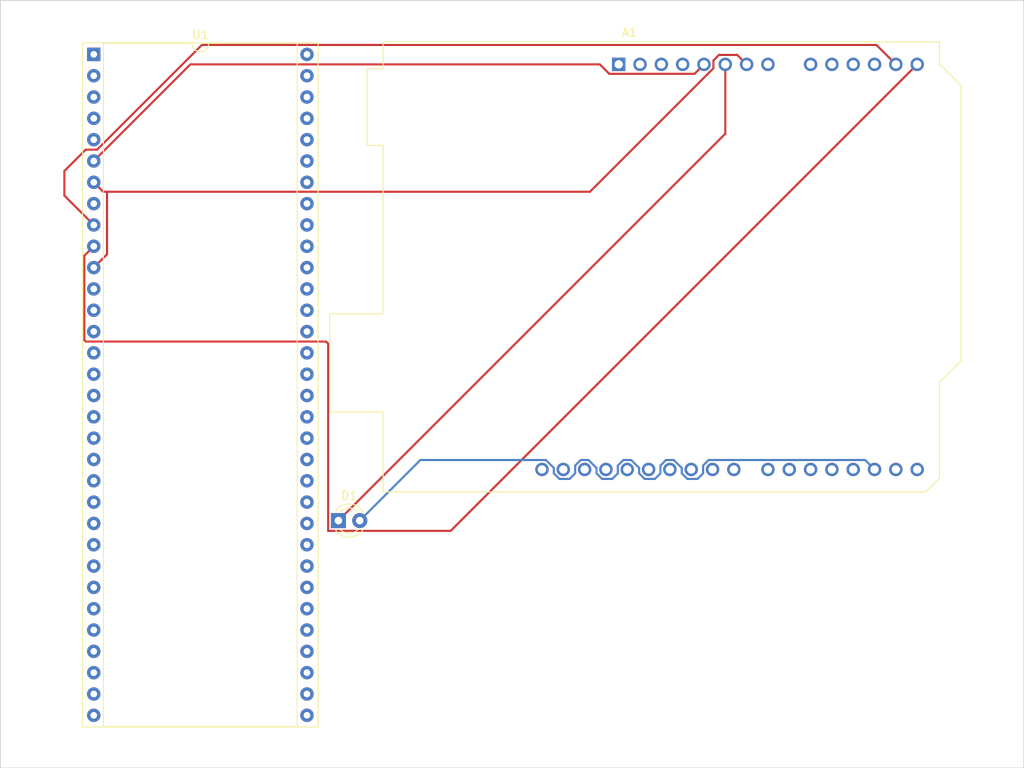
<source format=kicad_pcb>
(kicad_pcb (version 20221018) (generator pcbnew)
  (layers (0 "F.Cu" signal) (31 "B.Cu" signal) (34 "B.Paste" user) (35 "F.Paste" user) (36 "B.SilkS" user "B.Silkscreen") (37 "F.SilkS" user "F.Silkscreen") (38 "B.Mask" user) (39 "F.Mask" user) (44 "Edge.Cuts" user))
  (net 0 "")
  (net 5 "Net-(A1-+5V)")
  (net 6 "Net-(D1-K)")
  (net 7 "Net-(U1-GND)")
  (net 8 "+5V")
  (net 13 "Net-(U1-SDA)")
  (net 14 "Net-(U1-SCL)")
  (net 17 "Net-(A1-D2)")
  (footprint "Package_DIP:DIP-64_W25.4mm_Socket" (layer "F.Cu") (at 61.92 47.07)
    (fp_text reference "U1" (at 12.7 -2.33) (layer "F.SilkS"))
    (fp_text value "CCS811")
    (fp_line (start -1.33 -1.39) (end -1.33 80.13) (stroke (width 0.12)) (layer "F.SilkS"))
    (fp_line (start -1.33 80.13) (end 26.73 80.13) (stroke (width 0.12)) (layer "F.SilkS"))
    (fp_line (start 1.16 -1.33) (end 1.16 80.07) (stroke (width 0.12)) (layer "F.SilkS"))
    (fp_line (start 1.16 80.07) (end 24.24 80.07) (stroke (width 0.12)) (layer "F.SilkS"))
    (fp_line (start 11.7 -1.33) (end 1.16 -1.33) (stroke (width 0.12)) (layer "F.SilkS"))
    (fp_line (start 24.24 -1.33) (end 13.7 -1.33) (stroke (width 0.12)) (layer "F.SilkS"))
    (fp_line (start 24.24 80.07) (end 24.24 -1.33) (stroke (width 0.12)) (layer "F.SilkS"))
    (fp_line (start 26.73 -1.39) (end -1.33 -1.39) (stroke (width 0.12)) (layer "F.SilkS"))
    (fp_line (start 26.73 80.13) (end 26.73 -1.39) (stroke (width 0.12)) (layer "F.SilkS"))
    (fp_arc (start 13.7 -1.33) (mid 12.7 -0.33) (end 11.7 -1.33) (stroke (width 0.12)) (layer "F.SilkS"))
    (pad "1" thru_hole rect (at 0 0) (size 1.6 1.6) (drill 0.8) (layers "*.Cu" "*.Mask"))
    (pad "2" thru_hole oval (at 0 2.54) (size 1.6 1.6) (drill 0.8) (layers "*.Cu" "*.Mask"))
    (pad "3" thru_hole oval (at 0 5.08) (size 1.6 1.6) (drill 0.8) (layers "*.Cu" "*.Mask"))
    (pad "4" thru_hole oval (at 0 7.62) (size 1.6 1.6) (drill 0.8) (layers "*.Cu" "*.Mask"))
    (pad "5" thru_hole oval (at 0 10.16) (size 1.6 1.6) (drill 0.8) (layers "*.Cu" "*.Mask"))
    (pad "6" thru_hole oval (at 0 12.7) (size 1.6 1.6) (drill 0.8) (layers "*.Cu" "*.Mask") (net 5 "Net-(A1-+5V)"))
    (pad "7" thru_hole oval (at 0 15.24) (size 1.6 1.6) (drill 0.8) (layers "*.Cu" "*.Mask") (net 7 "Net-(U1-GND)"))
    (pad "8" thru_hole oval (at 0 17.78) (size 1.6 1.6) (drill 0.8) (layers "*.Cu" "*.Mask"))
    (pad "9" thru_hole oval (at 0 20.32) (size 1.6 1.6) (drill 0.8) (layers "*.Cu" "*.Mask") (net 13 "Net-(U1-SDA)"))
    (pad "10" thru_hole oval (at 0 22.86) (size 1.6 1.6) (drill 0.8) (layers "*.Cu" "*.Mask") (net 14 "Net-(U1-SCL)"))
    (pad "11" thru_hole oval (at 0 25.4) (size 1.6 1.6) (drill 0.8) (layers "*.Cu" "*.Mask") (net 7 "Net-(U1-GND)"))
    (pad "12" thru_hole oval (at 0 27.94) (size 1.6 1.6) (drill 0.8) (layers "*.Cu" "*.Mask"))
    (pad "13" thru_hole oval (at 0 30.48) (size 1.6 1.6) (drill 0.8) (layers "*.Cu" "*.Mask"))
    (pad "14" thru_hole oval (at 0 33.02) (size 1.6 1.6) (drill 0.8) (layers "*.Cu" "*.Mask"))
    (pad "15" thru_hole oval (at 0 35.56) (size 1.6 1.6) (drill 0.8) (layers "*.Cu" "*.Mask"))
    (pad "16" thru_hole oval (at 0 38.1) (size 1.6 1.6) (drill 0.8) (layers "*.Cu" "*.Mask"))
    (pad "17" thru_hole oval (at 0 40.64) (size 1.6 1.6) (drill 0.8) (layers "*.Cu" "*.Mask"))
    (pad "18" thru_hole oval (at 0 43.18) (size 1.6 1.6) (drill 0.8) (layers "*.Cu" "*.Mask"))
    (pad "19" thru_hole oval (at 0 45.72) (size 1.6 1.6) (drill 0.8) (layers "*.Cu" "*.Mask"))
    (pad "20" thru_hole oval (at 0 48.26) (size 1.6 1.6) (drill 0.8) (layers "*.Cu" "*.Mask"))
    (pad "21" thru_hole oval (at 0 50.8) (size 1.6 1.6) (drill 0.8) (layers "*.Cu" "*.Mask"))
    (pad "22" thru_hole oval (at 0 53.34) (size 1.6 1.6) (drill 0.8) (layers "*.Cu" "*.Mask"))
    (pad "23" thru_hole oval (at 0 55.88) (size 1.6 1.6) (drill 0.8) (layers "*.Cu" "*.Mask"))
    (pad "24" thru_hole oval (at 0 58.42) (size 1.6 1.6) (drill 0.8) (layers "*.Cu" "*.Mask"))
    (pad "25" thru_hole oval (at 0 60.96) (size 1.6 1.6) (drill 0.8) (layers "*.Cu" "*.Mask"))
    (pad "26" thru_hole oval (at 0 63.5) (size 1.6 1.6) (drill 0.8) (layers "*.Cu" "*.Mask"))
    (pad "27" thru_hole oval (at 0 66.04) (size 1.6 1.6) (drill 0.8) (layers "*.Cu" "*.Mask"))
    (pad "28" thru_hole oval (at 0 68.58) (size 1.6 1.6) (drill 0.8) (layers "*.Cu" "*.Mask"))
    (pad "29" thru_hole oval (at 0 71.12) (size 1.6 1.6) (drill 0.8) (layers "*.Cu" "*.Mask"))
    (pad "30" thru_hole oval (at 0 73.66) (size 1.6 1.6) (drill 0.8) (layers "*.Cu" "*.Mask"))
    (pad "31" thru_hole oval (at 0 76.2) (size 1.6 1.6) (drill 0.8) (layers "*.Cu" "*.Mask"))
    (pad "32" thru_hole oval (at 0 78.74) (size 1.6 1.6) (drill 0.8) (layers "*.Cu" "*.Mask"))
    (pad "33" thru_hole oval (at 25.4 78.74) (size 1.6 1.6) (drill 0.8) (layers "*.Cu" "*.Mask"))
    (pad "34" thru_hole oval (at 25.4 76.2) (size 1.6 1.6) (drill 0.8) (layers "*.Cu" "*.Mask"))
    (pad "35" thru_hole oval (at 25.4 73.66) (size 1.6 1.6) (drill 0.8) (layers "*.Cu" "*.Mask"))
    (pad "36" thru_hole oval (at 25.4 71.12) (size 1.6 1.6) (drill 0.8) (layers "*.Cu" "*.Mask"))
    (pad "37" thru_hole oval (at 25.4 68.58) (size 1.6 1.6) (drill 0.8) (layers "*.Cu" "*.Mask"))
    (pad "38" thru_hole oval (at 25.4 66.04) (size 1.6 1.6) (drill 0.8) (layers "*.Cu" "*.Mask"))
    (pad "39" thru_hole oval (at 25.4 63.5) (size 1.6 1.6) (drill 0.8) (layers "*.Cu" "*.Mask"))
    (pad "40" thru_hole oval (at 25.4 60.96) (size 1.6 1.6) (drill 0.8) (layers "*.Cu" "*.Mask"))
    (pad "41" thru_hole oval (at 25.4 58.42) (size 1.6 1.6) (drill 0.8) (layers "*.Cu" "*.Mask"))
    (pad "42" thru_hole oval (at 25.4 55.88) (size 1.6 1.6) (drill 0.8) (layers "*.Cu" "*.Mask"))
    (pad "43" thru_hole oval (at 25.4 53.34) (size 1.6 1.6) (drill 0.8) (layers "*.Cu" "*.Mask"))
    (pad "44" thru_hole oval (at 25.4 50.8) (size 1.6 1.6) (drill 0.8) (layers "*.Cu" "*.Mask"))
    (pad "45" thru_hole oval (at 25.4 48.26) (size 1.6 1.6) (drill 0.8) (layers "*.Cu" "*.Mask"))
    (pad "46" thru_hole oval (at 25.4 45.72) (size 1.6 1.6) (drill 0.8) (layers "*.Cu" "*.Mask"))
    (pad "47" thru_hole oval (at 25.4 43.18) (size 1.6 1.6) (drill 0.8) (layers "*.Cu" "*.Mask"))
    (pad "48" thru_hole oval (at 25.4 40.64) (size 1.6 1.6) (drill 0.8) (layers "*.Cu" "*.Mask"))
    (pad "49" thru_hole oval (at 25.4 38.1) (size 1.6 1.6) (drill 0.8) (layers "*.Cu" "*.Mask"))
    (pad "50" thru_hole oval (at 25.4 35.56) (size 1.6 1.6) (drill 0.8) (layers "*.Cu" "*.Mask"))
    (pad "51" thru_hole oval (at 25.4 33.02) (size 1.6 1.6) (drill 0.8) (layers "*.Cu" "*.Mask"))
    (pad "52" thru_hole oval (at 25.4 30.48) (size 1.6 1.6) (drill 0.8) (layers "*.Cu" "*.Mask"))
    (pad "53" thru_hole oval (at 25.4 27.94) (size 1.6 1.6) (drill 0.8) (layers "*.Cu" "*.Mask"))
    (pad "54" thru_hole oval (at 25.4 25.4) (size 1.6 1.6) (drill 0.8) (layers "*.Cu" "*.Mask"))
    (pad "55" thru_hole oval (at 25.4 22.86) (size 1.6 1.6) (drill 0.8) (layers "*.Cu" "*.Mask"))
    (pad "56" thru_hole oval (at 25.4 20.32) (size 1.6 1.6) (drill 0.8) (layers "*.Cu" "*.Mask"))
    (pad "57" thru_hole oval (at 25.4 17.78) (size 1.6 1.6) (drill 0.8) (layers "*.Cu" "*.Mask"))
    (pad "58" thru_hole oval (at 25.4 15.24) (size 1.6 1.6) (drill 0.8) (layers "*.Cu" "*.Mask"))
    (pad "59" thru_hole oval (at 25.4 12.7) (size 1.6 1.6) (drill 0.8) (layers "*.Cu" "*.Mask"))
    (pad "60" thru_hole oval (at 25.4 10.16) (size 1.6 1.6) (drill 0.8) (layers "*.Cu" "*.Mask"))
    (pad "61" thru_hole oval (at 25.4 7.62) (size 1.6 1.6) (drill 0.8) (layers "*.Cu" "*.Mask"))
    (pad "62" thru_hole oval (at 25.4 5.08) (size 1.6 1.6) (drill 0.8) (layers "*.Cu" "*.Mask"))
    (pad "63" thru_hole oval (at 25.4 2.54) (size 1.6 1.6) (drill 0.8) (layers "*.Cu" "*.Mask"))
    (pad "64" thru_hole oval (at 25.4 0) (size 1.6 1.6) (drill 0.8) (layers "*.Cu" "*.Mask"))
  )
  (footprint "Module:Arduino_UNO_R3" (layer "F.Cu") (at 124.46 48.26)
    (fp_text reference "A1" (at 1.27 -3.81 180) (layer "F.SilkS"))
    (fp_text value "Arduino_UNO_R3")
    (fp_line (start -34.42 29.72) (end -34.42 41.4) (stroke (width 0.12)) (layer "F.SilkS"))
    (fp_line (start -34.42 41.4) (end -28.07 41.4) (stroke (width 0.12)) (layer "F.SilkS"))
    (fp_line (start -29.97 0.51) (end -29.97 9.65) (stroke (width 0.12)) (layer "F.SilkS"))
    (fp_line (start -29.97 9.65) (end -28.07 9.65) (stroke (width 0.12)) (layer "F.SilkS"))
    (fp_line (start -28.07 -2.67) (end -28.07 0.51) (stroke (width 0.12)) (layer "F.SilkS"))
    (fp_line (start -28.07 0.51) (end -29.97 0.51) (stroke (width 0.12)) (layer "F.SilkS"))
    (fp_line (start -28.07 9.65) (end -28.07 29.72) (stroke (width 0.12)) (layer "F.SilkS"))
    (fp_line (start -28.07 29.72) (end -34.42 29.72) (stroke (width 0.12)) (layer "F.SilkS"))
    (fp_line (start -28.07 41.4) (end -28.07 50.93) (stroke (width 0.12)) (layer "F.SilkS"))
    (fp_line (start -28.07 50.93) (end 36.58 50.93) (stroke (width 0.12)) (layer "F.SilkS"))
    (fp_line (start 36.58 50.93) (end 38.23 49.28) (stroke (width 0.12)) (layer "F.SilkS"))
    (fp_line (start 38.23 -2.67) (end -28.07 -2.67) (stroke (width 0.12)) (layer "F.SilkS"))
    (fp_line (start 38.23 0) (end 38.23 -2.67) (stroke (width 0.12)) (layer "F.SilkS"))
    (fp_line (start 38.23 37.85) (end 40.77 35.31) (stroke (width 0.12)) (layer "F.SilkS"))
    (fp_line (start 38.23 49.28) (end 38.23 37.85) (stroke (width 0.12)) (layer "F.SilkS"))
    (fp_line (start 40.77 2.54) (end 38.23 0) (stroke (width 0.12)) (layer "F.SilkS"))
    (fp_line (start 40.77 35.31) (end 40.77 2.54) (stroke (width 0.12)) (layer "F.SilkS"))
    (pad "1" thru_hole rect (at 0 0 90) (size 1.6 1.6) (drill 1) (layers "*.Cu" "*.Mask"))
    (pad "2" thru_hole oval (at 2.54 0 90) (size 1.6 1.6) (drill 1) (layers "*.Cu" "*.Mask"))
    (pad "3" thru_hole oval (at 5.08 0 90) (size 1.6 1.6) (drill 1) (layers "*.Cu" "*.Mask"))
    (pad "4" thru_hole oval (at 7.62 0 90) (size 1.6 1.6) (drill 1) (layers "*.Cu" "*.Mask"))
    (pad "5" thru_hole oval (at 10.16 0 90) (size 1.6 1.6) (drill 1) (layers "*.Cu" "*.Mask") (net 5 "Net-(A1-+5V)"))
    (pad "6" thru_hole oval (at 12.7 0 90) (size 1.6 1.6) (drill 1) (layers "*.Cu" "*.Mask") (net 6 "Net-(D1-K)"))
    (pad "7" thru_hole oval (at 15.24 0 90) (size 1.6 1.6) (drill 1) (layers "*.Cu" "*.Mask") (net 7 "Net-(U1-GND)"))
    (pad "8" thru_hole oval (at 17.78 0 90) (size 1.6 1.6) (drill 1) (layers "*.Cu" "*.Mask") (net 8 "+5V"))
    (pad "9" thru_hole oval (at 22.86 0 90) (size 1.6 1.6) (drill 1) (layers "*.Cu" "*.Mask"))
    (pad "10" thru_hole oval (at 25.4 0 90) (size 1.6 1.6) (drill 1) (layers "*.Cu" "*.Mask"))
    (pad "11" thru_hole oval (at 27.94 0 90) (size 1.6 1.6) (drill 1) (layers "*.Cu" "*.Mask"))
    (pad "12" thru_hole oval (at 30.48 0 90) (size 1.6 1.6) (drill 1) (layers "*.Cu" "*.Mask"))
    (pad "13" thru_hole oval (at 33.02 0 90) (size 1.6 1.6) (drill 1) (layers "*.Cu" "*.Mask") (net 13 "Net-(U1-SDA)"))
    (pad "14" thru_hole oval (at 35.56 0 90) (size 1.6 1.6) (drill 1) (layers "*.Cu" "*.Mask") (net 14 "Net-(U1-SCL)"))
    (pad "15" thru_hole oval (at 35.56 48.26 90) (size 1.6 1.6) (drill 1) (layers "*.Cu" "*.Mask"))
    (pad "16" thru_hole oval (at 33.02 48.26 90) (size 1.6 1.6) (drill 1) (layers "*.Cu" "*.Mask"))
    (pad "17" thru_hole oval (at 30.48 48.26 90) (size 1.6 1.6) (drill 1) (layers "*.Cu" "*.Mask") (net 17 "Net-(A1-D2)"))
    (pad "18" thru_hole oval (at 27.94 48.26 90) (size 1.6 1.6) (drill 1) (layers "*.Cu" "*.Mask"))
    (pad "19" thru_hole oval (at 25.4 48.26 90) (size 1.6 1.6) (drill 1) (layers "*.Cu" "*.Mask"))
    (pad "20" thru_hole oval (at 22.86 48.26 90) (size 1.6 1.6) (drill 1) (layers "*.Cu" "*.Mask"))
    (pad "21" thru_hole oval (at 20.32 48.26 90) (size 1.6 1.6) (drill 1) (layers "*.Cu" "*.Mask"))
    (pad "22" thru_hole oval (at 17.78 48.26 90) (size 1.6 1.6) (drill 1) (layers "*.Cu" "*.Mask"))
    (pad "23" thru_hole oval (at 13.72 48.26 90) (size 1.6 1.6) (drill 1) (layers "*.Cu" "*.Mask"))
    (pad "24" thru_hole oval (at 11.18 48.26 90) (size 1.6 1.6) (drill 1) (layers "*.Cu" "*.Mask"))
    (pad "25" thru_hole oval (at 8.64 48.26 90) (size 1.6 1.6) (drill 1) (layers "*.Cu" "*.Mask"))
    (pad "26" thru_hole oval (at 6.1 48.26 90) (size 1.6 1.6) (drill 1) (layers "*.Cu" "*.Mask"))
    (pad "27" thru_hole oval (at 3.56 48.26 90) (size 1.6 1.6) (drill 1) (layers "*.Cu" "*.Mask"))
    (pad "28" thru_hole oval (at 1.02 48.26 90) (size 1.6 1.6) (drill 1) (layers "*.Cu" "*.Mask"))
    (pad "29" thru_hole oval (at -1.52 48.26 90) (size 1.6 1.6) (drill 1) (layers "*.Cu" "*.Mask"))
    (pad "30" thru_hole oval (at -4.06 48.26 90) (size 1.6 1.6) (drill 1) (layers "*.Cu" "*.Mask"))
    (pad "31" thru_hole oval (at -6.6 48.26 90) (size 1.6 1.6) (drill 1) (layers "*.Cu" "*.Mask"))
    (pad "32" thru_hole oval (at -9.14 48.26 90) (size 1.6 1.6) (drill 1) (layers "*.Cu" "*.Mask"))
  )
  (footprint "LED_THT:LED_D3.0mm" (layer "F.Cu") (at 91.07 102.61)
    (fp_text reference "D1" (at 1.27 -2.96) (layer "F.SilkS"))
    (fp_text value "LED")
    (fp_line (start -0.29 -1.236) (end -0.29 -1.08) (stroke (width 0.12)) (layer "F.SilkS"))
    (fp_line (start -0.29 1.08) (end -0.29 1.236) (stroke (width 0.12)) (layer "F.SilkS"))
    (fp_arc (start -0.29 -1.235516) (mid 1.366487 -1.987659) (end 2.942335 -1.078608) (stroke (width 0.12)) (layer "F.SilkS"))
    (fp_arc (start 0.229039 -1.08) (mid 1.270117 -1.5) (end 2.31113 -1.079837) (stroke (width 0.12)) (layer "F.SilkS"))
    (fp_arc (start 2.31113 1.079837) (mid 1.270117 1.5) (end 0.229039 1.08) (stroke (width 0.12)) (layer "F.SilkS"))
    (fp_arc (start 2.942335 1.078608) (mid 1.366487 1.987659) (end -0.29 1.235516) (stroke (width 0.12)) (layer "F.SilkS"))
    (pad "1" thru_hole rect (at 0 0) (size 1.8 1.8) (drill 0.9) (layers "*.Cu" "*.Mask") (net 6 "Net-(D1-K)"))
    (pad "2" thru_hole circle (at 2.54 0) (size 1.8 1.8) (drill 0.9) (layers "*.Cu" "*.Mask") (net 17 "Net-(A1-D2)"))
  )
  (gr_rect (start 50.8 40.64) (end 172.72 132.08) (stroke (width 0.1)) (fill none) (layer "Edge.Cuts"))
  (segment (start 134.62 48.26) (end 133.495 49.385) (width 0.25) (layer "F.Cu") (net 5))
  (segment (start 73.43 48.26) (end 61.92 59.77) (width 0.25) (layer "F.Cu") (net 5))
  (segment (start 123.335 49.385) (end 122.21 48.26) (width 0.25) (layer "F.Cu") (net 5))
  (segment (start 133.495 49.385) (end 123.335 49.385) (width 0.25) (layer "F.Cu") (net 5))
  (segment (start 122.21 48.26) (end 73.43 48.26) (width 0.25) (layer "F.Cu") (net 5))
  (segment (start 137.16 56.52) (end 91.07 102.61) (width 0.25) (layer "F.Cu") (net 6))
  (segment (start 137.16 48.26) (end 137.16 56.52) (width 0.25) (layer "F.Cu") (net 6))
  (segment (start 61.92 72.47) (end 63.5 70.89) (width 0.25) (layer "F.Cu") (net 7))
  (segment (start 63.5 70.89) (end 63.5 63.435) (width 0.25) (layer "F.Cu") (net 7))
  (segment (start 135.745 47.794009) (end 135.745 48.725991) (width 0.25) (layer "F.Cu") (net 7))
  (segment (start 139.7 48.26) (end 138.575 47.135) (width 0.25) (layer "F.Cu") (net 7))
  (segment (start 121.035991 63.435) (end 63.5 63.435) (width 0.25) (layer "F.Cu") (net 7))
  (segment (start 135.745 48.725991) (end 121.035991 63.435) (width 0.25) (layer "F.Cu") (net 7))
  (segment (start 136.404009 47.135) (end 135.745 47.794009) (width 0.25) (layer "F.Cu") (net 7))
  (segment (start 63.045 63.435) (end 61.92 62.31) (width 0.25) (layer "F.Cu") (net 7))
  (segment (start 138.575 47.135) (end 136.404009 47.135) (width 0.25) (layer "F.Cu") (net 7))
  (segment (start 63.5 63.435) (end 63.045 63.435) (width 0.25) (layer "F.Cu") (net 7))
  (segment (start 62.320991 58.42) (end 60.96 58.42) (width 0.25) (layer "F.Cu") (net 13))
  (segment (start 58.42 60.96) (end 58.42 63.89) (width 0.25) (layer "F.Cu") (net 13))
  (segment (start 155.165 45.945) (end 74.795991 45.945) (width 0.25) (layer "F.Cu") (net 13))
  (segment (start 60.96 58.42) (end 58.42 60.96) (width 0.25) (layer "F.Cu") (net 13))
  (segment (start 74.795991 45.945) (end 62.320991 58.42) (width 0.25) (layer "F.Cu") (net 13))
  (segment (start 157.48 48.26) (end 155.165 45.945) (width 0.25) (layer "F.Cu") (net 13))
  (segment (start 58.42 63.89) (end 61.92 67.39) (width 0.25) (layer "F.Cu") (net 13))
  (segment (start 60.795 81.115) (end 60.795 71.055) (width 0.25) (layer "F.Cu") (net 14))
  (segment (start 89.845 103.835) (end 89.845 81.535991) (width 0.25) (layer "F.Cu") (net 14))
  (segment (start 89.589009 81.28) (end 60.96 81.28) (width 0.25) (layer "F.Cu") (net 14))
  (segment (start 160.02 48.26) (end 104.445 103.835) (width 0.25) (layer "F.Cu") (net 14))
  (segment (start 89.845 81.535991) (end 89.589009 81.28) (width 0.25) (layer "F.Cu") (net 14))
  (segment (start 60.96 81.28) (end 60.795 81.115) (width 0.25) (layer "F.Cu") (net 14))
  (segment (start 60.795 71.055) (end 61.92 69.93) (width 0.25) (layer "F.Cu") (net 14))
  (segment (start 104.445 103.835) (end 89.845 103.835) (width 0.25) (layer "F.Cu") (net 14))
  (segment (start 116.735 96.985991) (end 117.394009 97.645) (width 0.25) (layer "B.Cu") (net 17))
  (segment (start 153.815 95.395) (end 154.94 96.52) (width 0.25) (layer "B.Cu") (net 17))
  (segment (start 123.695991 97.645) (end 124.355 96.985991) (width 0.25) (layer "B.Cu") (net 17))
  (segment (start 100.825 95.395) (end 115.785991 95.395) (width 0.25) (layer "B.Cu") (net 17))
  (segment (start 121.815 96.985991) (end 122.474009 97.645) (width 0.25) (layer "B.Cu") (net 17))
  (segment (start 116.735 96.344009) (end 116.735 96.985991) (width 0.25) (layer "B.Cu") (net 17))
  (segment (start 130.094009 95.395) (end 131.025991 95.395) (width 0.25) (layer "B.Cu") (net 17))
  (segment (start 131.025991 95.395) (end 131.975 96.344009) (width 0.25) (layer "B.Cu") (net 17))
  (segment (start 131.975 96.344009) (end 131.975 96.985991) (width 0.25) (layer "B.Cu") (net 17))
  (segment (start 124.355 96.054009) (end 125.014009 95.395) (width 0.25) (layer "B.Cu") (net 17))
  (segment (start 122.474009 97.645) (end 123.695991 97.645) (width 0.25) (layer "B.Cu") (net 17))
  (segment (start 129.435 96.985991) (end 129.435 96.054009) (width 0.25) (layer "B.Cu") (net 17))
  (segment (start 135.174009 95.395) (end 153.815 95.395) (width 0.25) (layer "B.Cu") (net 17))
  (segment (start 119.275 96.985991) (end 119.275 96.054009) (width 0.25) (layer "B.Cu") (net 17))
  (segment (start 131.975 96.985991) (end 132.634009 97.645) (width 0.25) (layer "B.Cu") (net 17))
  (segment (start 120.865991 95.395) (end 121.815 96.344009) (width 0.25) (layer "B.Cu") (net 17))
  (segment (start 133.855991 97.645) (end 134.515 96.985991) (width 0.25) (layer "B.Cu") (net 17))
  (segment (start 117.394009 97.645) (end 118.615991 97.645) (width 0.25) (layer "B.Cu") (net 17))
  (segment (start 121.815 96.344009) (end 121.815 96.985991) (width 0.25) (layer "B.Cu") (net 17))
  (segment (start 127.554009 97.645) (end 128.775991 97.645) (width 0.25) (layer "B.Cu") (net 17))
  (segment (start 134.515 96.985991) (end 134.515 96.054009) (width 0.25) (layer "B.Cu") (net 17))
  (segment (start 132.634009 97.645) (end 133.855991 97.645) (width 0.25) (layer "B.Cu") (net 17))
  (segment (start 118.615991 97.645) (end 119.275 96.985991) (width 0.25) (layer "B.Cu") (net 17))
  (segment (start 129.435 96.054009) (end 130.094009 95.395) (width 0.25) (layer "B.Cu") (net 17))
  (segment (start 93.61 102.61) (end 100.825 95.395) (width 0.25) (layer "B.Cu") (net 17))
  (segment (start 125.945991 95.395) (end 126.895 96.344009) (width 0.25) (layer "B.Cu") (net 17))
  (segment (start 119.934009 95.395) (end 120.865991 95.395) (width 0.25) (layer "B.Cu") (net 17))
  (segment (start 134.515 96.054009) (end 135.174009 95.395) (width 0.25) (layer "B.Cu") (net 17))
  (segment (start 115.785991 95.395) (end 116.735 96.344009) (width 0.25) (layer "B.Cu") (net 17))
  (segment (start 126.895 96.985991) (end 127.554009 97.645) (width 0.25) (layer "B.Cu") (net 17))
  (segment (start 128.775991 97.645) (end 129.435 96.985991) (width 0.25) (layer "B.Cu") (net 17))
  (segment (start 124.355 96.985991) (end 124.355 96.054009) (width 0.25) (layer "B.Cu") (net 17))
  (segment (start 119.275 96.054009) (end 119.934009 95.395) (width 0.25) (layer "B.Cu") (net 17))
  (segment (start 125.014009 95.395) (end 125.945991 95.395) (width 0.25) (layer "B.Cu") (net 17))
  (segment (start 126.895 96.344009) (end 126.895 96.985991) (width 0.25) (layer "B.Cu") (net 17))
)
</source>
